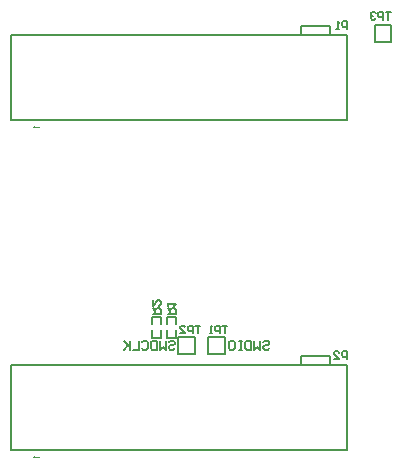
<source format=gbo>
%FSLAX24Y24*%
%MOIN*%
G70*
G01*
G75*
G04 Layer_Color=32896*
%ADD10C,0.0060*%
%ADD11O,0.0256X0.0079*%
%ADD12O,0.0079X0.0256*%
%ADD13R,0.1850X0.1850*%
%ADD14R,0.0295X0.0315*%
%ADD15R,0.0197X0.0256*%
%ADD16C,0.0394*%
%ADD17R,0.1181X0.0300*%
%ADD18R,0.2000X0.0950*%
%ADD19R,0.0299X0.0945*%
%ADD20R,0.0400X0.0300*%
%ADD21C,0.0098*%
G04:AMPARAMS|DCode=22|XSize=47.2mil|YSize=43.3mil|CornerRadius=0mil|HoleSize=0mil|Usage=FLASHONLY|Rotation=45.000|XOffset=0mil|YOffset=0mil|HoleType=Round|Shape=Rectangle|*
%AMROTATEDRECTD22*
4,1,4,-0.0014,-0.0320,-0.0320,-0.0014,0.0014,0.0320,0.0320,0.0014,-0.0014,-0.0320,0.0*
%
%ADD22ROTATEDRECTD22*%

%ADD23R,0.1083X0.0350*%
%ADD24R,0.0197X0.0236*%
%ADD25R,0.0315X0.0295*%
%ADD26R,0.0236X0.0157*%
%ADD27R,0.0236X0.0217*%
%ADD28C,0.0079*%
G04:AMPARAMS|DCode=29|XSize=19.7mil|YSize=23.6mil|CornerRadius=0mil|HoleSize=0mil|Usage=FLASHONLY|Rotation=45.000|XOffset=0mil|YOffset=0mil|HoleType=Round|Shape=Rectangle|*
%AMROTATEDRECTD29*
4,1,4,0.0014,-0.0153,-0.0153,0.0014,-0.0014,0.0153,0.0153,-0.0014,0.0014,-0.0153,0.0*
%
%ADD29ROTATEDRECTD29*%

%ADD30R,0.0217X0.0236*%
%ADD31R,0.0394X0.0709*%
%ADD32R,0.0236X0.0197*%
%ADD33C,0.0090*%
%ADD34C,0.0080*%
%ADD35C,0.0300*%
%ADD36C,0.0150*%
%ADD37C,0.0100*%
%ADD38C,0.0591*%
%ADD39R,0.0591X0.0591*%
%ADD40C,0.0354*%
%ADD41C,0.0236*%
%ADD42R,0.0354X0.1043*%
%ADD43R,0.0394X0.0394*%
%ADD44R,0.0394X0.0394*%
%ADD45C,0.0098*%
%ADD46C,0.0039*%
%ADD47C,0.0079*%
%ADD48C,0.0118*%
%ADD49C,0.0059*%
%ADD50C,0.0050*%
%ADD51R,0.0420X0.1300*%
%ADD52C,0.0240*%
%ADD53O,0.0316X0.0139*%
%ADD54O,0.0139X0.0316*%
%ADD55R,0.1910X0.1910*%
%ADD56R,0.0355X0.0375*%
%ADD57R,0.0257X0.0316*%
%ADD58C,0.0787*%
%ADD59R,0.1241X0.0360*%
%ADD60R,0.2060X0.1010*%
%ADD61R,0.0359X0.1005*%
%ADD62R,0.0460X0.0360*%
%ADD63C,0.0158*%
G04:AMPARAMS|DCode=64|XSize=53.2mil|YSize=49.3mil|CornerRadius=0mil|HoleSize=0mil|Usage=FLASHONLY|Rotation=45.000|XOffset=0mil|YOffset=0mil|HoleType=Round|Shape=Rectangle|*
%AMROTATEDRECTD64*
4,1,4,-0.0014,-0.0363,-0.0363,-0.0014,0.0014,0.0363,0.0363,0.0014,-0.0014,-0.0363,0.0*
%
%ADD64ROTATEDRECTD64*%

%ADD65R,0.1143X0.0410*%
%ADD66R,0.0257X0.0296*%
%ADD67R,0.0375X0.0355*%
%ADD68R,0.0296X0.0217*%
%ADD69R,0.0296X0.0277*%
%ADD70C,0.0139*%
G04:AMPARAMS|DCode=71|XSize=25.7mil|YSize=29.6mil|CornerRadius=0mil|HoleSize=0mil|Usage=FLASHONLY|Rotation=45.000|XOffset=0mil|YOffset=0mil|HoleType=Round|Shape=Rectangle|*
%AMROTATEDRECTD71*
4,1,4,0.0014,-0.0196,-0.0196,0.0014,-0.0014,0.0196,0.0196,-0.0014,0.0014,-0.0196,0.0*
%
%ADD71ROTATEDRECTD71*%

%ADD72R,0.0277X0.0296*%
%ADD73R,0.0454X0.0769*%
%ADD74R,0.0296X0.0257*%
%ADD75C,0.0651*%
%ADD76R,0.0651X0.0651*%
%ADD77C,0.0414*%
%ADD78C,0.0454*%
%ADD79R,0.2063X0.1016*%
%ADD80R,0.2083X0.1028*%
%ADD81R,0.0414X0.1103*%
%ADD82R,0.0454X0.0454*%
%ADD83R,0.0454X0.0454*%
%ADD84C,0.0040*%
D10*
X13502Y4656D02*
X13798D01*
X13502Y5344D02*
X13798D01*
X13502Y5098D02*
Y5344D01*
Y4656D02*
Y4902D01*
X13798Y5098D02*
Y5344D01*
Y4656D02*
Y4902D01*
X13002Y4656D02*
X13298D01*
X13002Y5344D02*
X13298D01*
X13002Y5098D02*
Y5344D01*
Y4656D02*
Y4902D01*
X13298Y5098D02*
Y5344D01*
Y4656D02*
Y4902D01*
X18930Y3740D02*
Y4020D01*
X18920Y4030D02*
X18930Y4020D01*
X17960Y4030D02*
X18920D01*
X17960Y3740D02*
Y4030D01*
X18930Y14740D02*
Y15020D01*
X18920Y15030D02*
X18930Y15020D01*
X17960Y15030D02*
X18920D01*
X17960Y14740D02*
Y15030D01*
X13560Y4500D02*
X13610Y4550D01*
X13710D01*
X13760Y4500D01*
Y4450D01*
X13710Y4400D01*
X13610D01*
X13560Y4350D01*
Y4300D01*
X13610Y4250D01*
X13710D01*
X13760Y4300D01*
X13460Y4550D02*
Y4250D01*
X13360Y4350D01*
X13260Y4250D01*
Y4550D01*
X13160D02*
Y4250D01*
X13010D01*
X12960Y4300D01*
Y4500D01*
X13010Y4550D01*
X13160D01*
X12660Y4500D02*
X12710Y4550D01*
X12810D01*
X12860Y4500D01*
Y4300D01*
X12810Y4250D01*
X12710D01*
X12660Y4300D01*
X12560Y4550D02*
Y4250D01*
X12360D01*
X12260Y4550D02*
Y4250D01*
Y4350D01*
X12061Y4550D01*
X12211Y4400D01*
X12061Y4250D01*
X14600Y5050D02*
X14433D01*
X14517D01*
Y4800D01*
X14350D02*
Y5050D01*
X14225D01*
X14183Y5008D01*
Y4925D01*
X14225Y4883D01*
X14350D01*
X13934Y4800D02*
X14100D01*
X13934Y4967D01*
Y5008D01*
X13975Y5050D01*
X14059D01*
X14100Y5008D01*
X16700Y4500D02*
X16750Y4550D01*
X16850D01*
X16900Y4500D01*
Y4450D01*
X16850Y4400D01*
X16750D01*
X16700Y4350D01*
Y4300D01*
X16750Y4250D01*
X16850D01*
X16900Y4300D01*
X16600Y4550D02*
Y4250D01*
X16500Y4350D01*
X16400Y4250D01*
Y4550D01*
X16300D02*
Y4250D01*
X16150D01*
X16100Y4300D01*
Y4500D01*
X16150Y4550D01*
X16300D01*
X16000D02*
X15900D01*
X15950D01*
Y4250D01*
X16000D01*
X15900D01*
X15600Y4550D02*
X15700D01*
X15750Y4500D01*
Y4300D01*
X15700Y4250D01*
X15600D01*
X15550Y4300D01*
Y4500D01*
X15600Y4550D01*
X15500Y5050D02*
X15333D01*
X15417D01*
Y4800D01*
X15250D02*
Y5050D01*
X15125D01*
X15083Y5008D01*
Y4925D01*
X15125Y4883D01*
X15250D01*
X15000Y4800D02*
X14917D01*
X14959D01*
Y5050D01*
X15000Y5008D01*
X13520Y5450D02*
X13790D01*
Y5585D01*
X13745Y5630D01*
X13655D01*
X13610Y5585D01*
Y5450D01*
Y5540D02*
X13520Y5630D01*
Y5720D02*
Y5810D01*
Y5765D01*
X13790D01*
X13745Y5720D01*
X13020Y5450D02*
X13290D01*
Y5585D01*
X13245Y5630D01*
X13155D01*
X13110Y5585D01*
Y5450D01*
Y5540D02*
X13020Y5630D01*
Y5900D02*
Y5720D01*
X13200Y5900D01*
X13245D01*
X13290Y5855D01*
Y5765D01*
X13245Y5720D01*
X19510Y3930D02*
Y4200D01*
X19375D01*
X19330Y4155D01*
Y4065D01*
X19375Y4020D01*
X19510D01*
X19060Y3930D02*
X19240D01*
X19060Y4110D01*
Y4155D01*
X19105Y4200D01*
X19195D01*
X19240Y4155D01*
X19500Y14930D02*
Y15200D01*
X19365D01*
X19320Y15155D01*
Y15065D01*
X19365Y15020D01*
X19500D01*
X19230Y14930D02*
X19140D01*
X19185D01*
Y15200D01*
X19230Y15155D01*
X20950Y15510D02*
X20783D01*
X20867D01*
Y15260D01*
X20700D02*
Y15510D01*
X20575D01*
X20533Y15468D01*
Y15385D01*
X20575Y15343D01*
X20700D01*
X20450Y15468D02*
X20409Y15510D01*
X20325D01*
X20284Y15468D01*
Y15427D01*
X20325Y15385D01*
X20367D01*
X20325D01*
X20284Y15343D01*
Y15302D01*
X20325Y15260D01*
X20409D01*
X20450Y15302D01*
D47*
X8290Y908D02*
Y3750D01*
Y908D02*
X19510D01*
Y3750D01*
X8290D02*
X19510D01*
X13874Y4124D02*
X14426D01*
X13874D02*
Y4676D01*
X14426D01*
Y4124D02*
Y4676D01*
X15426Y4124D02*
Y4676D01*
X14874Y4124D02*
X15426D01*
X14874D02*
Y4676D01*
X15426D01*
X8290Y11908D02*
Y14750D01*
Y11908D02*
X19510D01*
Y14750D01*
X8290D02*
X19510D01*
X20424Y14524D02*
Y15076D01*
Y14524D02*
X20976D01*
Y15076D01*
X20424D02*
X20976D01*
D84*
X9078Y720D02*
X9069Y701D01*
X9040Y672D01*
X9240D01*
X9078Y11720D02*
X9069Y11701D01*
X9040Y11672D01*
X9240D01*
M02*

</source>
